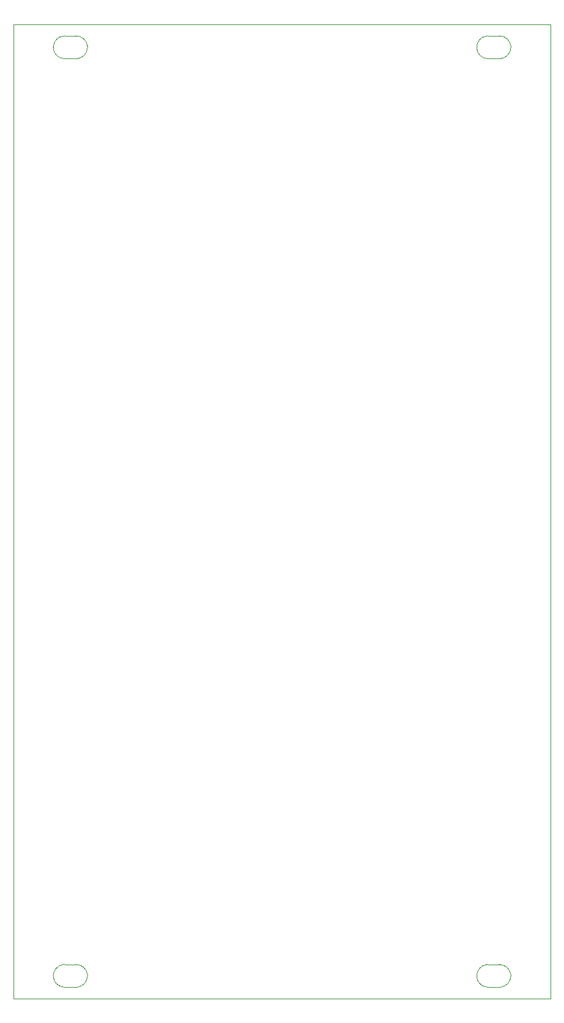
<source format=gm1>
G04 Layer_Color=16711935*
%FSLAX25Y25*%
%MOIN*%
G70*
G01*
G75*
%ADD17C,0.00050*%
D17*
X32480Y488190D02*
G03*
X32792Y488198I0J6003D01*
G01*
Y488198D02*
G03*
X33203Y488234I-307J5933D01*
G01*
Y488234D02*
G03*
X38379Y493803I-723J5862D01*
G01*
D02*
G03*
X38386Y494095I-5995J292D01*
G01*
D02*
G03*
X38378Y494406I-6000J0D01*
G01*
D02*
G03*
X38342Y494817I-5930J-307D01*
G01*
D02*
G03*
X32801Y499991I-5862J-724D01*
G01*
Y499991D02*
G03*
X32490Y499999I-320J-5992D01*
G01*
X26575Y499999D02*
G03*
X26264Y499991I-0J-6003D01*
G01*
Y499991D02*
G03*
X25852Y499955I307J-5933D01*
G01*
X25852D02*
G03*
X20676Y494386I723J-5862D01*
G01*
D02*
G03*
X20669Y494095I5995J-292D01*
G01*
D02*
G03*
X20677Y493783I6000J-0D01*
G01*
Y493783D02*
G03*
X20713Y493372I5930J307D01*
G01*
X20713Y493372D02*
G03*
X26254Y488198I5862J724D01*
G01*
X26254D02*
G03*
X26565Y488190I320J5992D01*
G01*
X252165Y488190D02*
G03*
X252477Y488198I0J6003D01*
G01*
X252477Y488198D02*
G03*
X252888Y488234I-307J5933D01*
G01*
X252888Y488234D02*
G03*
X258064Y493803I-723J5862D01*
G01*
D02*
G03*
X258071Y494095I-5995J292D01*
G01*
D02*
G03*
X258063Y494406I-6000J0D01*
G01*
D02*
G03*
X258027Y494817I-5930J-307D01*
G01*
D02*
G03*
X252486Y499991I-5862J-724D01*
G01*
Y499991D02*
G03*
X252175Y499999I-320J-5992D01*
G01*
X246260Y499999D02*
G03*
X245949Y499991I-0J-6003D01*
G01*
X245949Y499991D02*
G03*
X245537Y499955I307J-5933D01*
G01*
X245537D02*
G03*
X240361Y494386I723J-5862D01*
G01*
D02*
G03*
X240354Y494095I5995J-292D01*
G01*
D02*
G03*
X240362Y493783I6000J-0D01*
G01*
Y493783D02*
G03*
X240398Y493372I5930J307D01*
G01*
X240398Y493372D02*
G03*
X245939Y488198I5862J724D01*
G01*
X245939D02*
G03*
X246250Y488190I320J5992D01*
G01*
X252165Y5906D02*
G03*
X252477Y5914I0J6003D01*
G01*
X252477Y5914D02*
G03*
X252888Y5950I-307J5933D01*
G01*
X252888D02*
G03*
X258064Y11519I-723J5862D01*
G01*
D02*
G03*
X258071Y11811I-5995J292D01*
G01*
D02*
G03*
X258063Y12122I-6000J0D01*
G01*
Y12122D02*
G03*
X258027Y12533I-5930J-307D01*
G01*
Y12533D02*
G03*
X252486Y17707I-5862J-724D01*
G01*
D02*
G03*
X252175Y17716I-320J-5992D01*
G01*
X246260Y17716D02*
G03*
X245949Y17708I-0J-6003D01*
G01*
X245949Y17708D02*
G03*
X245537Y17672I307J-5933D01*
G01*
X245537Y17672D02*
G03*
X240361Y12103I723J-5862D01*
G01*
Y12103D02*
G03*
X240354Y11811I5995J-292D01*
G01*
Y11811D02*
G03*
X240362Y11500I6000J-0D01*
G01*
D02*
G03*
X240398Y11089I5930J307D01*
G01*
X240398D02*
G03*
X245939Y5915I5862J724D01*
G01*
X245939Y5915D02*
G03*
X246250Y5906I320J5992D01*
G01*
X32480Y5906D02*
G03*
X32792Y5914I0J6003D01*
G01*
Y5914D02*
G03*
X33203Y5950I-307J5933D01*
G01*
D02*
G03*
X38379Y11519I-723J5862D01*
G01*
D02*
G03*
X38386Y11811I-5995J292D01*
G01*
D02*
G03*
X38378Y12122I-6000J0D01*
G01*
Y12122D02*
G03*
X38342Y12533I-5930J-307D01*
G01*
Y12533D02*
G03*
X32801Y17707I-5862J-724D01*
G01*
D02*
G03*
X32490Y17716I-320J-5992D01*
G01*
X26575Y17716D02*
G03*
X26264Y17708I-0J-6003D01*
G01*
Y17708D02*
G03*
X25852Y17672I307J-5933D01*
G01*
X25852Y17672D02*
G03*
X20676Y12103I723J-5862D01*
G01*
Y12103D02*
G03*
X20669Y11811I5995J-292D01*
G01*
Y11811D02*
G03*
X20677Y11500I6000J-0D01*
G01*
D02*
G03*
X20713Y11089I5930J307D01*
G01*
X20713D02*
G03*
X26254Y5915I5862J724D01*
G01*
X26254Y5915D02*
G03*
X26565Y5906I320J5992D01*
G01*
X0Y0D02*
X278740D01*
Y505905D01*
X0D02*
X278740D01*
X0Y0D02*
Y505905D01*
X26575Y488190D02*
X32480D01*
Y499999D02*
X32490D01*
X26575D02*
X32480D01*
X26565Y488190D02*
X26575Y488190D01*
X246260D02*
X252165D01*
Y499999D02*
X252175D01*
X246260D02*
X252165D01*
X246250Y488190D02*
X246260Y488190D01*
Y5906D02*
X252165D01*
Y17716D02*
X252175Y17716D01*
X246260Y17716D02*
X252165D01*
X246250Y5906D02*
X246260Y5906D01*
X26575D02*
X32480D01*
Y17716D02*
X32490Y17716D01*
X26575Y17716D02*
X32480D01*
X26565Y5906D02*
X26575Y5906D01*
M02*

</source>
